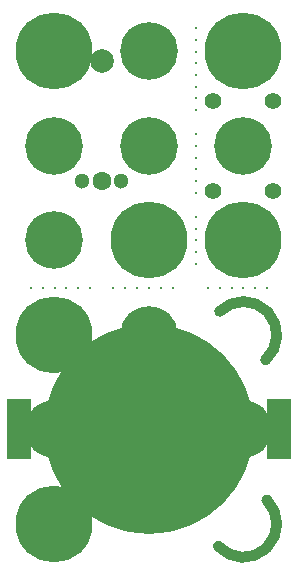
<source format=gts>
G04 #@! TF.FileFunction,Soldermask,Top*
%FSLAX46Y46*%
G04 Gerber Fmt 4.6, Leading zero omitted, Abs format (unit mm)*
G04 Created by KiCad (PCBNEW (2015-08-15 BZR 6092)-product) date 2/28/2016 1:55:58 PM*
%MOMM*%
G01*
G04 APERTURE LIST*
%ADD10C,0.100000*%
%ADD11C,0.889000*%
%ADD12C,0.330200*%
%ADD13C,1.300000*%
%ADD14C,1.600000*%
%ADD15C,2.000000*%
%ADD16C,4.876800*%
%ADD17C,6.500000*%
%ADD18C,17.780000*%
%ADD19R,2.000000X5.080000*%
%ADD20C,1.397000*%
G04 APERTURE END LIST*
D10*
D11*
X161900000Y-105900000D02*
G75*
G03X165900000Y-106100000I2100000J1900000D01*
G01*
X166000000Y-106000000D02*
G75*
G03X166000000Y-102000000I-2000000J2000000D01*
G01*
X165900000Y-90100000D02*
G75*
G03X166100000Y-86100000I-1900000J2100000D01*
G01*
X166000000Y-86000000D02*
G75*
G03X162000000Y-86000000I-2000000J-2000000D01*
G01*
D12*
X160984000Y-84000000D03*
X163016000Y-84000000D03*
X162000000Y-84000000D03*
X163984000Y-84000000D03*
X166016000Y-84000000D03*
X165000000Y-84000000D03*
D13*
X153650000Y-75000000D03*
D14*
X152000000Y-75000000D03*
D13*
X150350000Y-75000000D03*
D15*
X152000000Y-64800000D03*
D16*
X148000000Y-80000000D03*
X156000000Y-64000000D03*
D12*
X160000000Y-67984000D03*
X160000000Y-69000000D03*
X160000000Y-76016000D03*
X160000000Y-73984000D03*
X160000000Y-75000000D03*
X160000000Y-73016000D03*
X160000000Y-70984000D03*
X160000000Y-72000000D03*
X160000000Y-67016000D03*
X160000000Y-64984000D03*
X160000000Y-66000000D03*
X160000000Y-64016000D03*
X160000000Y-61984000D03*
X160000000Y-63000000D03*
X150016000Y-84000000D03*
X149000000Y-84000000D03*
X152984000Y-84000000D03*
X155016000Y-84000000D03*
X154000000Y-84000000D03*
X155984000Y-84000000D03*
X158016000Y-84000000D03*
X157000000Y-84000000D03*
D16*
X148000000Y-72000000D03*
X164000000Y-72000000D03*
X156000000Y-72000000D03*
X148000000Y-96000000D03*
X164000000Y-96000000D03*
D17*
X164000000Y-64000000D03*
X148000000Y-64000000D03*
X164000000Y-80000000D03*
X156000000Y-80000000D03*
D16*
X156000000Y-88000000D03*
X156000000Y-96000000D03*
D17*
X148000000Y-88000000D03*
X148000000Y-104000000D03*
D18*
X156000000Y-96000000D03*
D19*
X145000000Y-96000000D03*
X167000000Y-96000000D03*
D20*
X166540000Y-75810000D03*
X161460000Y-75810000D03*
X166540000Y-68190000D03*
X161460000Y-68190000D03*
D12*
X145984000Y-84000000D03*
X148016000Y-84000000D03*
X147000000Y-84000000D03*
X160000000Y-82016000D03*
X160000000Y-79984000D03*
X160000000Y-81000000D03*
X160000000Y-77984000D03*
X160000000Y-79000000D03*
X151000000Y-84000000D03*
M02*

</source>
